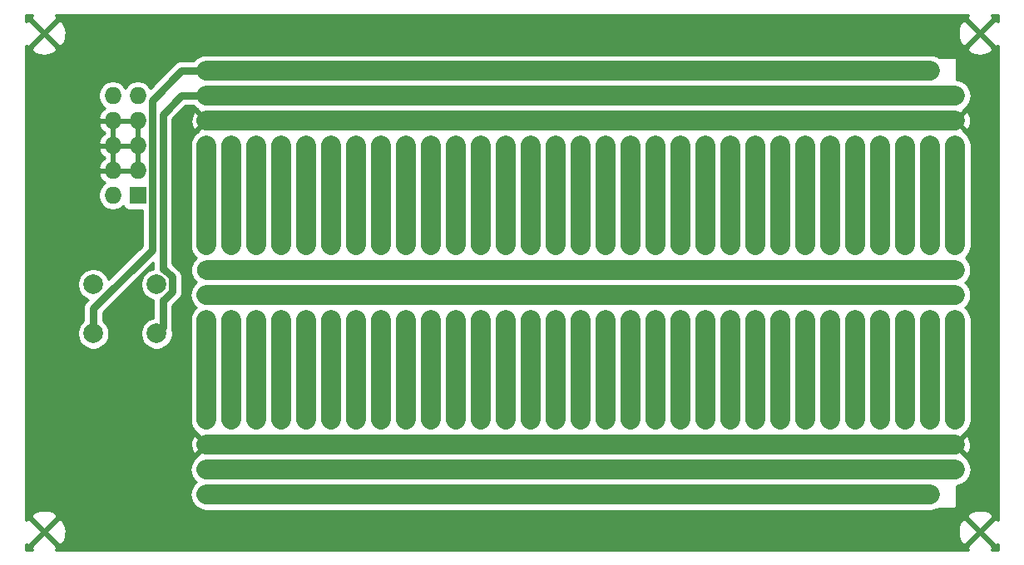
<source format=gbr>
G04 #@! TF.GenerationSoftware,KiCad,Pcbnew,5.1.5-52549c5~84~ubuntu18.04.1*
G04 #@! TF.CreationDate,2020-07-04T19:59:31-04:00*
G04 #@! TF.ProjectId,kosmo_proto_smd,6b6f736d-6f5f-4707-926f-746f5f736d64,rev?*
G04 #@! TF.SameCoordinates,Original*
G04 #@! TF.FileFunction,Copper,L2,Bot*
G04 #@! TF.FilePolarity,Positive*
%FSLAX46Y46*%
G04 Gerber Fmt 4.6, Leading zero omitted, Abs format (unit mm)*
G04 Created by KiCad (PCBNEW 5.1.5-52549c5~84~ubuntu18.04.1) date 2020-07-04 19:59:31*
%MOMM*%
%LPD*%
G04 APERTURE LIST*
%ADD10C,1.905000*%
%ADD11O,1.727200X1.727200*%
%ADD12R,1.727200X1.727200*%
%ADD13C,2.000000*%
%ADD14C,2.032000*%
%ADD15C,0.750000*%
%ADD16C,0.254000*%
G04 APERTURE END LIST*
D10*
X140970000Y-100330000D03*
X140970000Y-97790000D03*
X140957300Y-82524600D03*
X140957300Y-79984600D03*
X140957300Y-87604600D03*
X140957300Y-92684600D03*
X140957300Y-90144600D03*
X140957300Y-95224600D03*
X140957300Y-85064600D03*
X140957300Y-67284600D03*
X140957300Y-77444600D03*
X140957300Y-69824600D03*
X140957300Y-72364600D03*
X140957300Y-74904600D03*
X140995000Y-64773000D03*
X140970000Y-62230000D03*
X110477300Y-82524600D03*
X118110000Y-59690000D03*
X130797300Y-74904600D03*
X107937300Y-90144600D03*
X138455000Y-64773000D03*
X130797300Y-77444600D03*
X120637300Y-90144600D03*
X120637300Y-72364600D03*
X128257300Y-72364600D03*
X133337300Y-85064600D03*
X125717300Y-69824600D03*
X107937300Y-74904600D03*
X105397300Y-72364600D03*
X135877300Y-77444600D03*
X107950000Y-62230000D03*
X107937300Y-87604600D03*
X135877300Y-72364600D03*
X138417300Y-87604600D03*
X118097300Y-90144600D03*
X138417300Y-77444600D03*
X125717300Y-82524600D03*
X138430000Y-100330000D03*
X110477300Y-92684600D03*
X105397300Y-74904600D03*
X133337300Y-72364600D03*
X135877300Y-82524600D03*
X128257300Y-82524600D03*
X118110000Y-102870000D03*
X123177300Y-87604600D03*
X115557300Y-77444600D03*
X125755000Y-64773000D03*
X113017300Y-79984600D03*
X120650000Y-59690000D03*
X130810000Y-62230000D03*
X125730000Y-102870000D03*
X135877300Y-67284600D03*
X118097300Y-92684600D03*
X123177300Y-79984600D03*
X133350000Y-59690000D03*
X138417300Y-79984600D03*
X125717300Y-90144600D03*
X123177300Y-67284600D03*
X125717300Y-79984600D03*
X118097300Y-87604600D03*
X105435000Y-64773000D03*
X118097300Y-74904600D03*
X123190000Y-97790000D03*
X133337300Y-79984600D03*
X128295000Y-64773000D03*
X130797300Y-90144600D03*
X113030000Y-95250000D03*
X110490000Y-97790000D03*
X120637300Y-69824600D03*
X133337300Y-82524600D03*
X115557300Y-79984600D03*
X113017300Y-67284600D03*
X133337300Y-69824600D03*
X128257300Y-87604600D03*
X125717300Y-85064600D03*
X110477300Y-79984600D03*
X115570000Y-95250000D03*
X113017300Y-90144600D03*
X115557300Y-82524600D03*
X130835000Y-64773000D03*
X105397300Y-79984600D03*
X120650000Y-97790000D03*
X138417300Y-67284600D03*
X105397300Y-82524600D03*
X130797300Y-85064600D03*
X123190000Y-95250000D03*
X118097300Y-82524600D03*
X107937300Y-67284600D03*
X123177300Y-77444600D03*
X125730000Y-95250000D03*
X138417300Y-85064600D03*
X133350000Y-102870000D03*
X113017300Y-87604600D03*
X130797300Y-79984600D03*
X135877300Y-90144600D03*
X125730000Y-97790000D03*
X107950000Y-102870000D03*
X115557300Y-90144600D03*
X118110000Y-97790000D03*
X123190000Y-100330000D03*
X118097300Y-79984600D03*
X115595000Y-64773000D03*
X107950000Y-97790000D03*
X123177300Y-90144600D03*
X138417300Y-72364600D03*
X113017300Y-92684600D03*
X113030000Y-59690000D03*
X118097300Y-67284600D03*
X138417300Y-74904600D03*
X107937300Y-69824600D03*
X107937300Y-82524600D03*
X128257300Y-79984600D03*
X125717300Y-74904600D03*
X110490000Y-100330000D03*
X105397300Y-77444600D03*
X110490000Y-62230000D03*
X110515000Y-64773000D03*
X138430000Y-62230000D03*
X120637300Y-92684600D03*
X105410000Y-102870000D03*
X130810000Y-100330000D03*
X120650000Y-100330000D03*
X110490000Y-95250000D03*
X133350000Y-62230000D03*
X128270000Y-100330000D03*
X115570000Y-97790000D03*
X133337300Y-90144600D03*
X135890000Y-102870000D03*
X130797300Y-69824600D03*
X107937300Y-77444600D03*
X133337300Y-92684600D03*
X113017300Y-74904600D03*
X123177300Y-82524600D03*
X123177300Y-72364600D03*
X130797300Y-82524600D03*
X105410000Y-100330000D03*
X130797300Y-72364600D03*
X123215000Y-64773000D03*
X115570000Y-59690000D03*
X138430000Y-95250000D03*
X110477300Y-90144600D03*
X130797300Y-87604600D03*
X130810000Y-95250000D03*
X113017300Y-69824600D03*
X135890000Y-62230000D03*
X130810000Y-102870000D03*
X115557300Y-69824600D03*
X107937300Y-85064600D03*
X133337300Y-74904600D03*
X105397300Y-67284600D03*
X118110000Y-62230000D03*
X107950000Y-59690000D03*
X128270000Y-97790000D03*
X128270000Y-59690000D03*
X138430000Y-102870000D03*
X110477300Y-77444600D03*
X138417300Y-82524600D03*
X125717300Y-87604600D03*
X105397300Y-92684600D03*
X113017300Y-72364600D03*
X138417300Y-90144600D03*
X107950000Y-100330000D03*
X110477300Y-74904600D03*
X107937300Y-92684600D03*
X128257300Y-90144600D03*
X115557300Y-74904600D03*
X125717300Y-72364600D03*
X113017300Y-77444600D03*
X138417300Y-69824600D03*
X120637300Y-74904600D03*
X107950000Y-95250000D03*
X105397300Y-85064600D03*
X128257300Y-77444600D03*
X123190000Y-62230000D03*
X135890000Y-97790000D03*
X135877300Y-69824600D03*
X123177300Y-85064600D03*
X118097300Y-85064600D03*
X128270000Y-62230000D03*
X128257300Y-85064600D03*
X135890000Y-100330000D03*
X113017300Y-82524600D03*
X107937300Y-79984600D03*
X133375000Y-64773000D03*
X113030000Y-62230000D03*
X135915000Y-64773000D03*
X123177300Y-69824600D03*
X128270000Y-95250000D03*
X113030000Y-102870000D03*
X110477300Y-87604600D03*
X133350000Y-95250000D03*
X105397300Y-69824600D03*
X110477300Y-69824600D03*
X115570000Y-62230000D03*
X115557300Y-72364600D03*
X123190000Y-102870000D03*
X138430000Y-97790000D03*
X115557300Y-92684600D03*
X135877300Y-74904600D03*
X130810000Y-97790000D03*
X107975000Y-64773000D03*
X115557300Y-87604600D03*
X123177300Y-92684600D03*
X128257300Y-67284600D03*
X128270000Y-102870000D03*
X115570000Y-102870000D03*
X105397300Y-87604600D03*
X118110000Y-100330000D03*
X128257300Y-69824600D03*
X130797300Y-67284600D03*
X120650000Y-62230000D03*
X118097300Y-72364600D03*
X115557300Y-85064600D03*
X120637300Y-77444600D03*
X113030000Y-97790000D03*
X120650000Y-102870000D03*
X125730000Y-62230000D03*
X125717300Y-92684600D03*
X125717300Y-77444600D03*
X118097300Y-69824600D03*
X135877300Y-92684600D03*
X133350000Y-97790000D03*
X118097300Y-77444600D03*
X130810000Y-59690000D03*
X105410000Y-59690000D03*
X105410000Y-95250000D03*
X120637300Y-82524600D03*
X110477300Y-85064600D03*
X135877300Y-85064600D03*
X120637300Y-79984600D03*
X128257300Y-92684600D03*
X110477300Y-67284600D03*
X135890000Y-59690000D03*
X118110000Y-95250000D03*
X123190000Y-59690000D03*
X118135000Y-64773000D03*
X123177300Y-74904600D03*
X125717300Y-67284600D03*
X133337300Y-87604600D03*
X120637300Y-85064600D03*
X130797300Y-92684600D03*
X105397300Y-90144600D03*
X105410000Y-62230000D03*
X125730000Y-100330000D03*
X113055000Y-64773000D03*
X120650000Y-95250000D03*
X133350000Y-100330000D03*
X110490000Y-102870000D03*
X113030000Y-100330000D03*
X113017300Y-85064600D03*
X135877300Y-79984600D03*
X138430000Y-59690000D03*
X133337300Y-67284600D03*
X110490000Y-59690000D03*
X135877300Y-87604600D03*
X133337300Y-77444600D03*
X115570000Y-100330000D03*
X138417300Y-92684600D03*
X120637300Y-67284600D03*
X120675000Y-64773000D03*
X107937300Y-72364600D03*
X120637300Y-87604600D03*
X128257300Y-74904600D03*
X105410000Y-97790000D03*
X135890000Y-95250000D03*
X125730000Y-59690000D03*
X115557300Y-67284600D03*
X110477300Y-72364600D03*
X100317300Y-74904600D03*
X100317300Y-77444600D03*
X97777300Y-72364600D03*
X102857300Y-85064600D03*
X95237300Y-69824600D03*
X95237300Y-82524600D03*
X102857300Y-72364600D03*
X97777300Y-82524600D03*
X95275000Y-64773000D03*
X100330000Y-62230000D03*
X95250000Y-102870000D03*
X102870000Y-59690000D03*
X95237300Y-90144600D03*
X95237300Y-79984600D03*
X102857300Y-79984600D03*
X97815000Y-64773000D03*
X100317300Y-90144600D03*
X102857300Y-82524600D03*
X102857300Y-69824600D03*
X97777300Y-87604600D03*
X95237300Y-85064600D03*
X100355000Y-64773000D03*
X100317300Y-85064600D03*
X95250000Y-95250000D03*
X102870000Y-102870000D03*
X100317300Y-79984600D03*
X95250000Y-97790000D03*
X97777300Y-79984600D03*
X95237300Y-74904600D03*
X100330000Y-100330000D03*
X102870000Y-62230000D03*
X97790000Y-100330000D03*
X102857300Y-90144600D03*
X100317300Y-69824600D03*
X102857300Y-92684600D03*
X100317300Y-82524600D03*
X100317300Y-72364600D03*
X100317300Y-87604600D03*
X100330000Y-95250000D03*
X100330000Y-102870000D03*
X102857300Y-74904600D03*
X97790000Y-97790000D03*
X97790000Y-59690000D03*
X95237300Y-87604600D03*
X97777300Y-90144600D03*
X95237300Y-72364600D03*
X97777300Y-77444600D03*
X97790000Y-62230000D03*
X97777300Y-85064600D03*
X102895000Y-64773000D03*
X97790000Y-95250000D03*
X102870000Y-95250000D03*
X100330000Y-97790000D03*
X97777300Y-67284600D03*
X97790000Y-102870000D03*
X97777300Y-69824600D03*
X100317300Y-67284600D03*
X95250000Y-62230000D03*
X95237300Y-92684600D03*
X95237300Y-77444600D03*
X102870000Y-97790000D03*
X100330000Y-59690000D03*
X97777300Y-92684600D03*
X95237300Y-67284600D03*
X102857300Y-87604600D03*
X100317300Y-92684600D03*
X95250000Y-100330000D03*
X102870000Y-100330000D03*
X102857300Y-67284600D03*
X102857300Y-77444600D03*
X97777300Y-74904600D03*
X95250000Y-59690000D03*
X87630000Y-59690000D03*
X90157300Y-90144600D03*
X90157300Y-72364600D03*
X87617300Y-90144600D03*
X87630000Y-102870000D03*
X92697300Y-87604600D03*
X85077300Y-77444600D03*
X90170000Y-59690000D03*
X87617300Y-92684600D03*
X92697300Y-79984600D03*
X92697300Y-67284600D03*
X87617300Y-87604600D03*
X87617300Y-74904600D03*
X92710000Y-97790000D03*
X90157300Y-69824600D03*
X85077300Y-79984600D03*
X85090000Y-95250000D03*
X85077300Y-82524600D03*
X90170000Y-97790000D03*
X92710000Y-95250000D03*
X87617300Y-82524600D03*
X92697300Y-77444600D03*
X85077300Y-90144600D03*
X87630000Y-97790000D03*
X92710000Y-100330000D03*
X87617300Y-79984600D03*
X85115000Y-64773000D03*
X92697300Y-90144600D03*
X87617300Y-67284600D03*
X90157300Y-92684600D03*
X90170000Y-100330000D03*
X85090000Y-97790000D03*
X92697300Y-82524600D03*
X92697300Y-72364600D03*
X92735000Y-64773000D03*
X85090000Y-59690000D03*
X85077300Y-69824600D03*
X87630000Y-62230000D03*
X85077300Y-74904600D03*
X90157300Y-74904600D03*
X92710000Y-62230000D03*
X92697300Y-85064600D03*
X87617300Y-85064600D03*
X92697300Y-69824600D03*
X85090000Y-62230000D03*
X85077300Y-72364600D03*
X92710000Y-102870000D03*
X85077300Y-92684600D03*
X85077300Y-87604600D03*
X92697300Y-92684600D03*
X85090000Y-102870000D03*
X87630000Y-100330000D03*
X90170000Y-62230000D03*
X87617300Y-72364600D03*
X85077300Y-85064600D03*
X90157300Y-77444600D03*
X90170000Y-102870000D03*
X87617300Y-69824600D03*
X87617300Y-77444600D03*
X90157300Y-82524600D03*
X90157300Y-79984600D03*
X87630000Y-95250000D03*
X92710000Y-59690000D03*
X87655000Y-64773000D03*
X92697300Y-74904600D03*
X90157300Y-85064600D03*
X90170000Y-95250000D03*
X85090000Y-100330000D03*
X90157300Y-67284600D03*
X90195000Y-64773000D03*
X90157300Y-87604600D03*
X85077300Y-67284600D03*
X79997300Y-82524600D03*
X77457300Y-90144600D03*
X77457300Y-74904600D03*
X74917300Y-72364600D03*
X77470000Y-62230000D03*
X77457300Y-87604600D03*
X79997300Y-92684600D03*
X74917300Y-74904600D03*
X82537300Y-79984600D03*
X74955000Y-64773000D03*
X82550000Y-95250000D03*
X80010000Y-97790000D03*
X82537300Y-67284600D03*
X79997300Y-79984600D03*
X82537300Y-90144600D03*
X74917300Y-79984600D03*
X74917300Y-82524600D03*
X77457300Y-67284600D03*
X82537300Y-87604600D03*
X77470000Y-102870000D03*
X77470000Y-97790000D03*
X82537300Y-92684600D03*
X82550000Y-59690000D03*
X77457300Y-69824600D03*
X77457300Y-82524600D03*
X80010000Y-100330000D03*
X74917300Y-77444600D03*
X80010000Y-62230000D03*
X80035000Y-64773000D03*
X74930000Y-102870000D03*
X80010000Y-95250000D03*
X77457300Y-77444600D03*
X82537300Y-74904600D03*
X74930000Y-100330000D03*
X79997300Y-90144600D03*
X82537300Y-69824600D03*
X77457300Y-85064600D03*
X74917300Y-67284600D03*
X77470000Y-59690000D03*
X79997300Y-77444600D03*
X74917300Y-92684600D03*
X82537300Y-72364600D03*
X77470000Y-100330000D03*
X79997300Y-74904600D03*
X77457300Y-92684600D03*
X82537300Y-77444600D03*
X77470000Y-95250000D03*
X74917300Y-85064600D03*
X82537300Y-82524600D03*
X77457300Y-79984600D03*
X82550000Y-62230000D03*
X82550000Y-102870000D03*
X79997300Y-87604600D03*
X74917300Y-69824600D03*
X79997300Y-69824600D03*
X77495000Y-64773000D03*
X74917300Y-87604600D03*
X82550000Y-97790000D03*
X74930000Y-59690000D03*
X74930000Y-95250000D03*
X79997300Y-85064600D03*
X79997300Y-67284600D03*
X74917300Y-90144600D03*
X74930000Y-62230000D03*
X82575000Y-64773000D03*
X80010000Y-102870000D03*
X82550000Y-100330000D03*
X82537300Y-85064600D03*
X80010000Y-59690000D03*
X77457300Y-72364600D03*
X74930000Y-97790000D03*
X79997300Y-72364600D03*
X72377300Y-82524600D03*
X72377300Y-92684600D03*
X72390000Y-97790000D03*
X72377300Y-79984600D03*
X72390000Y-100330000D03*
X72390000Y-62230000D03*
X72415000Y-64773000D03*
X72390000Y-95250000D03*
X72377300Y-90144600D03*
X72377300Y-77444600D03*
X72377300Y-74904600D03*
X72377300Y-87604600D03*
X72377300Y-69824600D03*
X72377300Y-85064600D03*
X72377300Y-67284600D03*
X72390000Y-102870000D03*
X72390000Y-59690000D03*
X72377300Y-72364600D03*
X69837300Y-90144600D03*
X69837300Y-74904600D03*
X69850000Y-62230000D03*
X69837300Y-87604600D03*
X69837300Y-67284600D03*
X69850000Y-102870000D03*
X69850000Y-97790000D03*
X69837300Y-69824600D03*
X69837300Y-82524600D03*
X69837300Y-77444600D03*
X69837300Y-85064600D03*
X69850000Y-59690000D03*
X69850000Y-100330000D03*
X69837300Y-92684600D03*
X69850000Y-95250000D03*
X69837300Y-79984600D03*
X69875000Y-64773000D03*
X69837300Y-72364600D03*
X67297300Y-72364600D03*
X67297300Y-74904600D03*
X67335000Y-64773000D03*
X67297300Y-79984600D03*
X67297300Y-82524600D03*
X67297300Y-77444600D03*
X67310000Y-102870000D03*
X67310000Y-100330000D03*
X67297300Y-67284600D03*
X67297300Y-92684600D03*
X67297300Y-85064600D03*
X67297300Y-69824600D03*
X67297300Y-87604600D03*
X67310000Y-59690000D03*
X67310000Y-95250000D03*
X67297300Y-90144600D03*
X67310000Y-62230000D03*
X67310000Y-97790000D03*
X64757300Y-67284600D03*
X64757300Y-69824600D03*
X64757300Y-72364600D03*
X64757300Y-74904600D03*
X64757300Y-77444600D03*
X64757300Y-79984600D03*
X64757300Y-82524600D03*
X64757300Y-85064600D03*
X64757300Y-87604600D03*
X64757300Y-90144600D03*
X64757300Y-92684600D03*
D11*
X55245000Y-62230000D03*
X57785000Y-62230000D03*
X55245000Y-64770000D03*
X57785000Y-64770000D03*
X55245000Y-67310000D03*
X57785000Y-67310000D03*
X55245000Y-69850000D03*
X57785000Y-69850000D03*
X55245000Y-72390000D03*
D12*
X57785000Y-72390000D03*
D10*
X64770000Y-59690000D03*
X64770000Y-102870000D03*
X64795000Y-64773000D03*
X64770000Y-97790000D03*
X64770000Y-62230000D03*
X64770000Y-100330000D03*
D13*
X53269000Y-81468000D03*
X53269000Y-86468000D03*
X59715000Y-81468000D03*
X59715000Y-86468000D03*
D10*
X64770000Y-95250000D03*
D14*
X67297300Y-79984600D02*
X64820809Y-79984600D01*
X67297300Y-67284600D02*
X67297300Y-77444600D01*
X64770000Y-67310000D02*
X64770000Y-77470000D01*
X69850000Y-67310000D02*
X69850000Y-77470000D01*
X72390000Y-67310000D02*
X72390000Y-77470000D01*
X72390000Y-67310000D02*
X72390000Y-77470000D01*
X64770000Y-67310000D02*
X64770000Y-77470000D01*
X69850000Y-67310000D02*
X69850000Y-77470000D01*
X67297300Y-67284600D02*
X67297300Y-77444600D01*
X74930000Y-67310000D02*
X74930000Y-77470000D01*
X80010000Y-67310000D02*
X80010000Y-77470000D01*
X77457300Y-67284600D02*
X77457300Y-77444600D01*
X82550000Y-67310000D02*
X82550000Y-77470000D01*
X90170000Y-67310000D02*
X90170000Y-77470000D01*
X85090000Y-67310000D02*
X85090000Y-77470000D01*
X92710000Y-67310000D02*
X92710000Y-77470000D01*
X87617300Y-67284600D02*
X87617300Y-77444600D01*
X97777300Y-67284600D02*
X97777300Y-77444600D01*
X100330000Y-67310000D02*
X100330000Y-77470000D01*
X102870000Y-67310000D02*
X102870000Y-77470000D01*
X95250000Y-67310000D02*
X95250000Y-77470000D01*
X110490000Y-67310000D02*
X110490000Y-77470000D01*
X105410000Y-67310000D02*
X105410000Y-77470000D01*
X113030000Y-67310000D02*
X113030000Y-77470000D01*
X107937300Y-67284600D02*
X107937300Y-77444600D01*
X123190000Y-67310000D02*
X123190000Y-77470000D01*
X118097300Y-67284600D02*
X118097300Y-77444600D01*
X115570000Y-67310000D02*
X115570000Y-77470000D01*
X120650000Y-67310000D02*
X120650000Y-77470000D01*
X133350000Y-67310000D02*
X133350000Y-77470000D01*
X125730000Y-67310000D02*
X125730000Y-77470000D01*
X130810000Y-67310000D02*
X130810000Y-77470000D01*
X128257300Y-67284600D02*
X128257300Y-77444600D01*
X133350000Y-85090000D02*
X133350000Y-95250000D01*
X128257300Y-85064600D02*
X128257300Y-95224600D01*
X125730000Y-85090000D02*
X125730000Y-95250000D01*
X130810000Y-85090000D02*
X130810000Y-95250000D01*
X120650000Y-85090000D02*
X120650000Y-95250000D01*
X118097300Y-85064600D02*
X118097300Y-95224600D01*
X115570000Y-85090000D02*
X115570000Y-95250000D01*
X123190000Y-85090000D02*
X123190000Y-95250000D01*
X110490000Y-85090000D02*
X110490000Y-95250000D01*
X105410000Y-85090000D02*
X105410000Y-95250000D01*
X113030000Y-85090000D02*
X113030000Y-95250000D01*
X107937300Y-85064600D02*
X107937300Y-95224600D01*
X102870000Y-85090000D02*
X102870000Y-95250000D01*
X95250000Y-85090000D02*
X95250000Y-95250000D01*
X97777300Y-85064600D02*
X97777300Y-95224600D01*
X100330000Y-85090000D02*
X100330000Y-95250000D01*
X85090000Y-85090000D02*
X85090000Y-95250000D01*
X90170000Y-85090000D02*
X90170000Y-95250000D01*
X87617300Y-85064600D02*
X87617300Y-95224600D01*
X92710000Y-85090000D02*
X92710000Y-95250000D01*
X74930000Y-85090000D02*
X74930000Y-95250000D01*
X82550000Y-85090000D02*
X82550000Y-95250000D01*
X80010000Y-85090000D02*
X80010000Y-95250000D01*
X77457300Y-85064600D02*
X77457300Y-95224600D01*
X72390000Y-85090000D02*
X72390000Y-95250000D01*
X69850000Y-85090000D02*
X69850000Y-95250000D01*
X67297300Y-85064600D02*
X67297300Y-95224600D01*
X64770000Y-85090000D02*
X64770000Y-95250000D01*
X138430000Y-67310000D02*
X138430000Y-77470000D01*
X138417300Y-85064600D02*
X138417300Y-95224600D01*
X135890000Y-85090000D02*
X135890000Y-95250000D01*
X135890000Y-67310000D02*
X135890000Y-77470000D01*
X140970000Y-67310000D02*
X140970000Y-77470000D01*
X140970000Y-85090000D02*
X140970000Y-95250000D01*
X140957300Y-82524600D02*
X64757300Y-82524600D01*
X140957300Y-79984600D02*
X138417300Y-79984600D01*
X67297300Y-79984600D02*
X140957300Y-79984600D01*
X64770000Y-97790000D02*
X140970000Y-97790000D01*
X64795000Y-64773000D02*
X140995000Y-64773000D01*
X64770000Y-100330000D02*
X140970000Y-100330000D01*
X140970000Y-62230000D02*
X64770000Y-62230000D01*
D15*
X62230000Y-62230000D02*
X64770000Y-62230000D01*
X60325000Y-64135000D02*
X62230000Y-62230000D01*
X60325000Y-79892999D02*
X60325000Y-64135000D01*
X60471001Y-79892999D02*
X60325000Y-79892999D01*
X60325000Y-85858000D02*
X60325000Y-83043001D01*
X60325000Y-83043001D02*
X60471001Y-83043001D01*
X60471001Y-83043001D02*
X61290001Y-82224001D01*
X61290001Y-82224001D02*
X61290001Y-80711999D01*
X59715000Y-86468000D02*
X60325000Y-85858000D01*
X61290001Y-80711999D02*
X60471001Y-79892999D01*
X62865000Y-59690000D02*
X64770000Y-59690000D01*
X62230000Y-59690000D02*
X62865000Y-59690000D01*
X59223601Y-62696399D02*
X62230000Y-59690000D01*
X53269000Y-86468000D02*
X53269000Y-83891000D01*
X59223601Y-77936399D02*
X59223601Y-62696399D01*
X53269000Y-83891000D02*
X59223601Y-77936399D01*
D14*
X64770000Y-59690000D02*
X138430000Y-59690000D01*
X138430000Y-102870000D02*
X64770000Y-102870000D01*
D16*
G36*
X46876761Y-54317155D02*
G01*
X48260000Y-55700395D01*
X49643239Y-54317155D01*
X49479656Y-54000000D01*
X142290344Y-54000000D01*
X142126761Y-54317155D01*
X143510000Y-55700395D01*
X144893239Y-54317155D01*
X144729656Y-54000000D01*
X145390000Y-54000000D01*
X145390000Y-54660344D01*
X145072845Y-54496761D01*
X143689605Y-55880000D01*
X145072845Y-57263239D01*
X145390000Y-57099656D01*
X145390001Y-105460345D01*
X145072845Y-105296761D01*
X143689605Y-106680000D01*
X145072845Y-108063239D01*
X145390001Y-107899655D01*
X145390001Y-108560000D01*
X144729656Y-108560000D01*
X144893239Y-108242845D01*
X143510000Y-106859605D01*
X142126761Y-108242845D01*
X142290344Y-108560000D01*
X49479656Y-108560000D01*
X49643239Y-108242845D01*
X48260000Y-106859605D01*
X46876761Y-108242845D01*
X47040344Y-108560000D01*
X46380000Y-108560000D01*
X46380000Y-107899656D01*
X46697155Y-108063239D01*
X48080395Y-106680000D01*
X48439605Y-106680000D01*
X49822845Y-108063239D01*
X50148643Y-107895198D01*
X50349426Y-107503393D01*
X50469914Y-107079945D01*
X50499175Y-106718873D01*
X141264524Y-106718873D01*
X141315254Y-107156197D01*
X141450326Y-107575221D01*
X141621357Y-107895198D01*
X141947155Y-108063239D01*
X143330395Y-106680000D01*
X141947155Y-105296761D01*
X141621357Y-105464802D01*
X141420574Y-105856607D01*
X141300086Y-106280055D01*
X141264524Y-106718873D01*
X50499175Y-106718873D01*
X50505476Y-106641127D01*
X50454746Y-106203803D01*
X50319674Y-105784779D01*
X50148643Y-105464802D01*
X49822845Y-105296761D01*
X48439605Y-106680000D01*
X48080395Y-106680000D01*
X46697155Y-105296761D01*
X46380000Y-105460344D01*
X46380000Y-105117155D01*
X46876761Y-105117155D01*
X48260000Y-106500395D01*
X49643239Y-105117155D01*
X142126761Y-105117155D01*
X143510000Y-106500395D01*
X144893239Y-105117155D01*
X144725198Y-104791357D01*
X144333393Y-104590574D01*
X143909945Y-104470086D01*
X143471127Y-104434524D01*
X143033803Y-104485254D01*
X142614779Y-104620326D01*
X142294802Y-104791357D01*
X142126761Y-105117155D01*
X49643239Y-105117155D01*
X49475198Y-104791357D01*
X49083393Y-104590574D01*
X48659945Y-104470086D01*
X48221127Y-104434524D01*
X47783803Y-104485254D01*
X47364779Y-104620326D01*
X47044802Y-104791357D01*
X46876761Y-105117155D01*
X46380000Y-105117155D01*
X46380000Y-97854474D01*
X63176123Y-97854474D01*
X63219328Y-98164185D01*
X63322123Y-98459516D01*
X63408919Y-98621902D01*
X63668465Y-98711930D01*
X64590395Y-97790000D01*
X63668465Y-96868070D01*
X63408919Y-96958098D01*
X63272776Y-97239616D01*
X63194171Y-97542286D01*
X63176123Y-97854474D01*
X46380000Y-97854474D01*
X46380000Y-81306967D01*
X51634000Y-81306967D01*
X51634000Y-81629033D01*
X51696832Y-81944912D01*
X51820082Y-82242463D01*
X51999013Y-82510252D01*
X52226748Y-82737987D01*
X52494537Y-82916918D01*
X52720945Y-83010700D01*
X52589901Y-83141744D01*
X52551368Y-83173367D01*
X52519745Y-83211900D01*
X52519744Y-83211901D01*
X52425154Y-83327160D01*
X52331368Y-83502621D01*
X52273615Y-83693006D01*
X52254114Y-83891000D01*
X52259001Y-83940617D01*
X52259001Y-85176463D01*
X52226748Y-85198013D01*
X51999013Y-85425748D01*
X51820082Y-85693537D01*
X51696832Y-85991088D01*
X51634000Y-86306967D01*
X51634000Y-86629033D01*
X51696832Y-86944912D01*
X51820082Y-87242463D01*
X51999013Y-87510252D01*
X52226748Y-87737987D01*
X52494537Y-87916918D01*
X52792088Y-88040168D01*
X53107967Y-88103000D01*
X53430033Y-88103000D01*
X53745912Y-88040168D01*
X54043463Y-87916918D01*
X54311252Y-87737987D01*
X54538987Y-87510252D01*
X54717918Y-87242463D01*
X54841168Y-86944912D01*
X54904000Y-86629033D01*
X54904000Y-86306967D01*
X54841168Y-85991088D01*
X54717918Y-85693537D01*
X54538987Y-85425748D01*
X54311252Y-85198013D01*
X54279000Y-85176463D01*
X54279000Y-84309355D01*
X59315000Y-79273356D01*
X59315000Y-79843391D01*
X59311269Y-79881276D01*
X59238088Y-79895832D01*
X58940537Y-80019082D01*
X58672748Y-80198013D01*
X58445013Y-80425748D01*
X58266082Y-80693537D01*
X58142832Y-80991088D01*
X58080000Y-81306967D01*
X58080000Y-81629033D01*
X58142832Y-81944912D01*
X58266082Y-82242463D01*
X58445013Y-82510252D01*
X58672748Y-82737987D01*
X58940537Y-82916918D01*
X59238088Y-83040168D01*
X59311269Y-83054724D01*
X59315001Y-83092618D01*
X59315000Y-84880533D01*
X59238088Y-84895832D01*
X58940537Y-85019082D01*
X58672748Y-85198013D01*
X58445013Y-85425748D01*
X58266082Y-85693537D01*
X58142832Y-85991088D01*
X58080000Y-86306967D01*
X58080000Y-86629033D01*
X58142832Y-86944912D01*
X58266082Y-87242463D01*
X58445013Y-87510252D01*
X58672748Y-87737987D01*
X58940537Y-87916918D01*
X59238088Y-88040168D01*
X59553967Y-88103000D01*
X59876033Y-88103000D01*
X60191912Y-88040168D01*
X60489463Y-87916918D01*
X60757252Y-87737987D01*
X60984987Y-87510252D01*
X61163918Y-87242463D01*
X61287168Y-86944912D01*
X61350000Y-86629033D01*
X61350000Y-86306967D01*
X61308121Y-86096424D01*
X61320385Y-86055994D01*
X61335000Y-85907608D01*
X61335000Y-85907606D01*
X61339886Y-85858001D01*
X61335000Y-85808396D01*
X61335000Y-83607357D01*
X61969100Y-82973258D01*
X62007634Y-82941634D01*
X62133848Y-82787841D01*
X62227633Y-82612381D01*
X62285386Y-82421995D01*
X62300001Y-82273609D01*
X62300001Y-82273608D01*
X62304887Y-82224001D01*
X62300001Y-82174393D01*
X62300001Y-80761607D01*
X62304887Y-80711999D01*
X62285386Y-80514004D01*
X62227633Y-80323619D01*
X62133847Y-80148158D01*
X62039257Y-80032899D01*
X62007634Y-79994366D01*
X61969100Y-79962742D01*
X61335000Y-79328643D01*
X61335000Y-64837474D01*
X63201123Y-64837474D01*
X63244328Y-65147185D01*
X63347123Y-65442516D01*
X63433919Y-65604902D01*
X63693465Y-65694930D01*
X64615395Y-64773000D01*
X63693465Y-63851070D01*
X63433919Y-63941098D01*
X63297776Y-64222616D01*
X63219171Y-64525286D01*
X63201123Y-64837474D01*
X61335000Y-64837474D01*
X61335000Y-64553355D01*
X62648356Y-63240000D01*
X63463081Y-63240000D01*
X63596918Y-63403082D01*
X63848316Y-63609398D01*
X63887360Y-63630268D01*
X63873070Y-63671465D01*
X64643000Y-64441395D01*
X64643000Y-65104605D01*
X63873070Y-65874535D01*
X63885604Y-65910671D01*
X63848316Y-65930602D01*
X63596918Y-66136918D01*
X63390602Y-66388317D01*
X63237295Y-66675134D01*
X63142889Y-66986348D01*
X63119000Y-67228897D01*
X63119001Y-77551104D01*
X63142890Y-77793653D01*
X63237296Y-78104867D01*
X63390603Y-78391684D01*
X63596919Y-78643082D01*
X63724943Y-78748148D01*
X63647727Y-78811518D01*
X63441411Y-79062916D01*
X63351562Y-79231012D01*
X63350476Y-79232637D01*
X63349728Y-79234442D01*
X63288104Y-79349733D01*
X63250156Y-79474831D01*
X63230807Y-79521543D01*
X63220943Y-79571133D01*
X63193698Y-79660947D01*
X63184499Y-79754351D01*
X63169800Y-79828245D01*
X63169800Y-79903588D01*
X63161821Y-79984600D01*
X63169800Y-80065612D01*
X63169800Y-80140955D01*
X63184499Y-80214849D01*
X63193698Y-80308253D01*
X63220943Y-80398067D01*
X63230807Y-80447657D01*
X63250156Y-80494369D01*
X63288104Y-80619467D01*
X63349728Y-80734758D01*
X63350476Y-80736563D01*
X63351562Y-80738188D01*
X63441411Y-80906284D01*
X63647727Y-81157682D01*
X63734068Y-81228540D01*
X63584218Y-81351518D01*
X63377902Y-81602916D01*
X63224595Y-81889733D01*
X63130189Y-82200947D01*
X63098312Y-82524600D01*
X63130189Y-82848253D01*
X63224595Y-83159467D01*
X63377902Y-83446284D01*
X63584218Y-83697682D01*
X63724139Y-83812511D01*
X63596918Y-83916918D01*
X63390602Y-84168317D01*
X63237295Y-84455134D01*
X63142889Y-84766348D01*
X63119000Y-85008897D01*
X63119001Y-95331104D01*
X63142890Y-95573653D01*
X63237296Y-95884867D01*
X63390603Y-96171684D01*
X63596919Y-96423082D01*
X63848317Y-96629398D01*
X63865393Y-96638525D01*
X63848070Y-96688465D01*
X64643000Y-97483395D01*
X64643000Y-98096605D01*
X63848070Y-98891535D01*
X63865392Y-98941474D01*
X63848316Y-98950602D01*
X63596918Y-99156918D01*
X63390602Y-99408316D01*
X63237295Y-99695133D01*
X63142889Y-100006347D01*
X63111012Y-100330000D01*
X63142889Y-100653653D01*
X63237295Y-100964867D01*
X63390602Y-101251684D01*
X63596918Y-101503082D01*
X63715014Y-101600000D01*
X63596918Y-101696918D01*
X63390602Y-101948316D01*
X63237295Y-102235133D01*
X63142889Y-102546347D01*
X63111012Y-102870000D01*
X63142889Y-103193653D01*
X63237295Y-103504867D01*
X63390602Y-103791684D01*
X63596918Y-104043082D01*
X63848316Y-104249398D01*
X64135133Y-104402705D01*
X64446347Y-104497111D01*
X64688896Y-104521000D01*
X138511104Y-104521000D01*
X138753653Y-104497111D01*
X139064867Y-104402705D01*
X139318753Y-104267000D01*
X140970000Y-104267000D01*
X140994776Y-104264560D01*
X141018601Y-104257333D01*
X141040557Y-104245597D01*
X141059803Y-104229803D01*
X141075597Y-104210557D01*
X141087333Y-104188601D01*
X141094560Y-104164776D01*
X141097000Y-104140000D01*
X141097000Y-101976480D01*
X141293653Y-101957111D01*
X141604867Y-101862705D01*
X141891684Y-101709398D01*
X142143082Y-101503082D01*
X142349398Y-101251684D01*
X142502705Y-100964867D01*
X142597111Y-100653653D01*
X142628988Y-100330000D01*
X142597111Y-100006347D01*
X142502705Y-99695133D01*
X142349398Y-99408316D01*
X142143082Y-99156918D01*
X141891684Y-98950602D01*
X141874608Y-98941474D01*
X141891930Y-98891535D01*
X141097000Y-98096605D01*
X141097000Y-97790000D01*
X141149605Y-97790000D01*
X142071535Y-98711930D01*
X142331081Y-98621902D01*
X142467224Y-98340384D01*
X142545829Y-98037714D01*
X142563877Y-97725526D01*
X142520672Y-97415815D01*
X142417877Y-97120484D01*
X142331081Y-96958098D01*
X142071535Y-96868070D01*
X141149605Y-97790000D01*
X141097000Y-97790000D01*
X141097000Y-97483395D01*
X141891930Y-96688465D01*
X141874608Y-96638526D01*
X141891684Y-96629398D01*
X142143082Y-96423082D01*
X142349398Y-96171684D01*
X142502705Y-95884867D01*
X142597111Y-95573653D01*
X142621000Y-95331104D01*
X142621000Y-85008896D01*
X142597111Y-84766347D01*
X142502705Y-84455133D01*
X142349398Y-84168316D01*
X142143082Y-83916918D01*
X142003161Y-83802089D01*
X142130382Y-83697682D01*
X142336698Y-83446284D01*
X142490005Y-83159467D01*
X142584411Y-82848253D01*
X142616288Y-82524600D01*
X142584411Y-82200947D01*
X142490005Y-81889733D01*
X142336698Y-81602916D01*
X142130382Y-81351518D01*
X142012286Y-81254600D01*
X142130382Y-81157682D01*
X142336698Y-80906284D01*
X142490005Y-80619467D01*
X142584411Y-80308253D01*
X142616288Y-79984600D01*
X142584411Y-79660947D01*
X142490005Y-79349733D01*
X142336698Y-79062916D01*
X142130382Y-78811518D01*
X142034112Y-78732511D01*
X142143082Y-78643082D01*
X142349398Y-78391684D01*
X142502705Y-78104867D01*
X142597111Y-77793653D01*
X142621000Y-77551104D01*
X142621000Y-67228896D01*
X142597111Y-66986347D01*
X142502705Y-66675133D01*
X142349398Y-66388316D01*
X142143082Y-66136918D01*
X141896197Y-65934307D01*
X141916930Y-65874535D01*
X141097000Y-65054605D01*
X141097000Y-64773000D01*
X141174605Y-64773000D01*
X142096535Y-65694930D01*
X142356081Y-65604902D01*
X142492224Y-65323384D01*
X142570829Y-65020714D01*
X142588877Y-64708526D01*
X142545672Y-64398815D01*
X142442877Y-64103484D01*
X142356081Y-63941098D01*
X142096535Y-63851070D01*
X141174605Y-64773000D01*
X141097000Y-64773000D01*
X141097000Y-64491395D01*
X141916930Y-63671465D01*
X141894577Y-63607023D01*
X142143082Y-63403082D01*
X142349398Y-63151684D01*
X142502705Y-62864867D01*
X142597111Y-62553653D01*
X142628988Y-62230000D01*
X142597111Y-61906347D01*
X142502705Y-61595133D01*
X142349398Y-61308316D01*
X142143082Y-61056918D01*
X141891684Y-60850602D01*
X141604867Y-60697295D01*
X141293653Y-60602889D01*
X141097000Y-60583520D01*
X141097000Y-58420000D01*
X141094560Y-58395224D01*
X141087333Y-58371399D01*
X141075597Y-58349443D01*
X141059803Y-58330197D01*
X141040557Y-58314403D01*
X141018601Y-58302667D01*
X140994776Y-58295440D01*
X140970000Y-58293000D01*
X139318753Y-58293000D01*
X139064867Y-58157295D01*
X138753653Y-58062889D01*
X138511104Y-58039000D01*
X64688896Y-58039000D01*
X64446347Y-58062889D01*
X64135133Y-58157295D01*
X63848316Y-58310602D01*
X63596918Y-58516918D01*
X63463081Y-58680000D01*
X62279604Y-58680000D01*
X62229999Y-58675114D01*
X62180394Y-58680000D01*
X62180392Y-58680000D01*
X62032006Y-58694615D01*
X61841620Y-58752368D01*
X61666160Y-58846153D01*
X61512367Y-58972367D01*
X61480739Y-59010906D01*
X59056348Y-61435297D01*
X58949039Y-61274698D01*
X58740302Y-61065961D01*
X58494853Y-60901958D01*
X58222125Y-60788990D01*
X57932599Y-60731400D01*
X57637401Y-60731400D01*
X57347875Y-60788990D01*
X57075147Y-60901958D01*
X56829698Y-61065961D01*
X56620961Y-61274698D01*
X56515000Y-61433281D01*
X56409039Y-61274698D01*
X56200302Y-61065961D01*
X55954853Y-60901958D01*
X55682125Y-60788990D01*
X55392599Y-60731400D01*
X55097401Y-60731400D01*
X54807875Y-60788990D01*
X54535147Y-60901958D01*
X54289698Y-61065961D01*
X54080961Y-61274698D01*
X53916958Y-61520147D01*
X53803990Y-61792875D01*
X53746400Y-62082401D01*
X53746400Y-62377599D01*
X53803990Y-62667125D01*
X53916958Y-62939853D01*
X54080961Y-63185302D01*
X54289698Y-63394039D01*
X54455103Y-63504559D01*
X54356512Y-63563183D01*
X54138146Y-63759707D01*
X53962316Y-63995056D01*
X53835778Y-64260186D01*
X53790042Y-64410974D01*
X53911183Y-64643000D01*
X55118000Y-64643000D01*
X55118000Y-64623000D01*
X55372000Y-64623000D01*
X55372000Y-64643000D01*
X57658000Y-64643000D01*
X57658000Y-64623000D01*
X57912000Y-64623000D01*
X57912000Y-64643000D01*
X57932000Y-64643000D01*
X57932000Y-64897000D01*
X57912000Y-64897000D01*
X57912000Y-67183000D01*
X57932000Y-67183000D01*
X57932000Y-67437000D01*
X57912000Y-67437000D01*
X57912000Y-69723000D01*
X57932000Y-69723000D01*
X57932000Y-69977000D01*
X57912000Y-69977000D01*
X57912000Y-69997000D01*
X57658000Y-69997000D01*
X57658000Y-69977000D01*
X55372000Y-69977000D01*
X55372000Y-69997000D01*
X55118000Y-69997000D01*
X55118000Y-69977000D01*
X53911183Y-69977000D01*
X53790042Y-70209026D01*
X53835778Y-70359814D01*
X53962316Y-70624944D01*
X54138146Y-70860293D01*
X54356512Y-71056817D01*
X54455103Y-71115441D01*
X54289698Y-71225961D01*
X54080961Y-71434698D01*
X53916958Y-71680147D01*
X53803990Y-71952875D01*
X53746400Y-72242401D01*
X53746400Y-72537599D01*
X53803990Y-72827125D01*
X53916958Y-73099853D01*
X54080961Y-73345302D01*
X54289698Y-73554039D01*
X54535147Y-73718042D01*
X54807875Y-73831010D01*
X55097401Y-73888600D01*
X55392599Y-73888600D01*
X55682125Y-73831010D01*
X55954853Y-73718042D01*
X56200302Y-73554039D01*
X56314364Y-73439977D01*
X56331898Y-73497780D01*
X56390863Y-73608094D01*
X56470215Y-73704785D01*
X56566906Y-73784137D01*
X56677220Y-73843102D01*
X56796918Y-73879412D01*
X56921400Y-73891672D01*
X58213601Y-73891672D01*
X58213601Y-77518043D01*
X54811700Y-80919945D01*
X54717918Y-80693537D01*
X54538987Y-80425748D01*
X54311252Y-80198013D01*
X54043463Y-80019082D01*
X53745912Y-79895832D01*
X53430033Y-79833000D01*
X53107967Y-79833000D01*
X52792088Y-79895832D01*
X52494537Y-80019082D01*
X52226748Y-80198013D01*
X51999013Y-80425748D01*
X51820082Y-80693537D01*
X51696832Y-80991088D01*
X51634000Y-81306967D01*
X46380000Y-81306967D01*
X46380000Y-67669026D01*
X53790042Y-67669026D01*
X53835778Y-67819814D01*
X53962316Y-68084944D01*
X54138146Y-68320293D01*
X54356512Y-68516817D01*
X54462770Y-68580000D01*
X54356512Y-68643183D01*
X54138146Y-68839707D01*
X53962316Y-69075056D01*
X53835778Y-69340186D01*
X53790042Y-69490974D01*
X53911183Y-69723000D01*
X55118000Y-69723000D01*
X55118000Y-67437000D01*
X55372000Y-67437000D01*
X55372000Y-69723000D01*
X57658000Y-69723000D01*
X57658000Y-67437000D01*
X55372000Y-67437000D01*
X55118000Y-67437000D01*
X53911183Y-67437000D01*
X53790042Y-67669026D01*
X46380000Y-67669026D01*
X46380000Y-65129026D01*
X53790042Y-65129026D01*
X53835778Y-65279814D01*
X53962316Y-65544944D01*
X54138146Y-65780293D01*
X54356512Y-65976817D01*
X54462770Y-66040000D01*
X54356512Y-66103183D01*
X54138146Y-66299707D01*
X53962316Y-66535056D01*
X53835778Y-66800186D01*
X53790042Y-66950974D01*
X53911183Y-67183000D01*
X55118000Y-67183000D01*
X55118000Y-64897000D01*
X55372000Y-64897000D01*
X55372000Y-67183000D01*
X57658000Y-67183000D01*
X57658000Y-64897000D01*
X55372000Y-64897000D01*
X55118000Y-64897000D01*
X53911183Y-64897000D01*
X53790042Y-65129026D01*
X46380000Y-65129026D01*
X46380000Y-57442845D01*
X46876761Y-57442845D01*
X47044802Y-57768643D01*
X47436607Y-57969426D01*
X47860055Y-58089914D01*
X48298873Y-58125476D01*
X48736197Y-58074746D01*
X49155221Y-57939674D01*
X49475198Y-57768643D01*
X49643239Y-57442845D01*
X142126761Y-57442845D01*
X142294802Y-57768643D01*
X142686607Y-57969426D01*
X143110055Y-58089914D01*
X143548873Y-58125476D01*
X143986197Y-58074746D01*
X144405221Y-57939674D01*
X144725198Y-57768643D01*
X144893239Y-57442845D01*
X143510000Y-56059605D01*
X142126761Y-57442845D01*
X49643239Y-57442845D01*
X48260000Y-56059605D01*
X46876761Y-57442845D01*
X46380000Y-57442845D01*
X46380000Y-57099656D01*
X46697155Y-57263239D01*
X48080395Y-55880000D01*
X48439605Y-55880000D01*
X49822845Y-57263239D01*
X50148643Y-57095198D01*
X50349426Y-56703393D01*
X50469914Y-56279945D01*
X50499175Y-55918873D01*
X141264524Y-55918873D01*
X141315254Y-56356197D01*
X141450326Y-56775221D01*
X141621357Y-57095198D01*
X141947155Y-57263239D01*
X143330395Y-55880000D01*
X141947155Y-54496761D01*
X141621357Y-54664802D01*
X141420574Y-55056607D01*
X141300086Y-55480055D01*
X141264524Y-55918873D01*
X50499175Y-55918873D01*
X50505476Y-55841127D01*
X50454746Y-55403803D01*
X50319674Y-54984779D01*
X50148643Y-54664802D01*
X49822845Y-54496761D01*
X48439605Y-55880000D01*
X48080395Y-55880000D01*
X46697155Y-54496761D01*
X46380000Y-54660344D01*
X46380000Y-54000000D01*
X47040344Y-54000000D01*
X46876761Y-54317155D01*
G37*
X46876761Y-54317155D02*
X48260000Y-55700395D01*
X49643239Y-54317155D01*
X49479656Y-54000000D01*
X142290344Y-54000000D01*
X142126761Y-54317155D01*
X143510000Y-55700395D01*
X144893239Y-54317155D01*
X144729656Y-54000000D01*
X145390000Y-54000000D01*
X145390000Y-54660344D01*
X145072845Y-54496761D01*
X143689605Y-55880000D01*
X145072845Y-57263239D01*
X145390000Y-57099656D01*
X145390001Y-105460345D01*
X145072845Y-105296761D01*
X143689605Y-106680000D01*
X145072845Y-108063239D01*
X145390001Y-107899655D01*
X145390001Y-108560000D01*
X144729656Y-108560000D01*
X144893239Y-108242845D01*
X143510000Y-106859605D01*
X142126761Y-108242845D01*
X142290344Y-108560000D01*
X49479656Y-108560000D01*
X49643239Y-108242845D01*
X48260000Y-106859605D01*
X46876761Y-108242845D01*
X47040344Y-108560000D01*
X46380000Y-108560000D01*
X46380000Y-107899656D01*
X46697155Y-108063239D01*
X48080395Y-106680000D01*
X48439605Y-106680000D01*
X49822845Y-108063239D01*
X50148643Y-107895198D01*
X50349426Y-107503393D01*
X50469914Y-107079945D01*
X50499175Y-106718873D01*
X141264524Y-106718873D01*
X141315254Y-107156197D01*
X141450326Y-107575221D01*
X141621357Y-107895198D01*
X141947155Y-108063239D01*
X143330395Y-106680000D01*
X141947155Y-105296761D01*
X141621357Y-105464802D01*
X141420574Y-105856607D01*
X141300086Y-106280055D01*
X141264524Y-106718873D01*
X50499175Y-106718873D01*
X50505476Y-106641127D01*
X50454746Y-106203803D01*
X50319674Y-105784779D01*
X50148643Y-105464802D01*
X49822845Y-105296761D01*
X48439605Y-106680000D01*
X48080395Y-106680000D01*
X46697155Y-105296761D01*
X46380000Y-105460344D01*
X46380000Y-105117155D01*
X46876761Y-105117155D01*
X48260000Y-106500395D01*
X49643239Y-105117155D01*
X142126761Y-105117155D01*
X143510000Y-106500395D01*
X144893239Y-105117155D01*
X144725198Y-104791357D01*
X144333393Y-104590574D01*
X143909945Y-104470086D01*
X143471127Y-104434524D01*
X143033803Y-104485254D01*
X142614779Y-104620326D01*
X142294802Y-104791357D01*
X142126761Y-105117155D01*
X49643239Y-105117155D01*
X49475198Y-104791357D01*
X49083393Y-104590574D01*
X48659945Y-104470086D01*
X48221127Y-104434524D01*
X47783803Y-104485254D01*
X47364779Y-104620326D01*
X47044802Y-104791357D01*
X46876761Y-105117155D01*
X46380000Y-105117155D01*
X46380000Y-97854474D01*
X63176123Y-97854474D01*
X63219328Y-98164185D01*
X63322123Y-98459516D01*
X63408919Y-98621902D01*
X63668465Y-98711930D01*
X64590395Y-97790000D01*
X63668465Y-96868070D01*
X63408919Y-96958098D01*
X63272776Y-97239616D01*
X63194171Y-97542286D01*
X63176123Y-97854474D01*
X46380000Y-97854474D01*
X46380000Y-81306967D01*
X51634000Y-81306967D01*
X51634000Y-81629033D01*
X51696832Y-81944912D01*
X51820082Y-82242463D01*
X51999013Y-82510252D01*
X52226748Y-82737987D01*
X52494537Y-82916918D01*
X52720945Y-83010700D01*
X52589901Y-83141744D01*
X52551368Y-83173367D01*
X52519745Y-83211900D01*
X52519744Y-83211901D01*
X52425154Y-83327160D01*
X52331368Y-83502621D01*
X52273615Y-83693006D01*
X52254114Y-83891000D01*
X52259001Y-83940617D01*
X52259001Y-85176463D01*
X52226748Y-85198013D01*
X51999013Y-85425748D01*
X51820082Y-85693537D01*
X51696832Y-85991088D01*
X51634000Y-86306967D01*
X51634000Y-86629033D01*
X51696832Y-86944912D01*
X51820082Y-87242463D01*
X51999013Y-87510252D01*
X52226748Y-87737987D01*
X52494537Y-87916918D01*
X52792088Y-88040168D01*
X53107967Y-88103000D01*
X53430033Y-88103000D01*
X53745912Y-88040168D01*
X54043463Y-87916918D01*
X54311252Y-87737987D01*
X54538987Y-87510252D01*
X54717918Y-87242463D01*
X54841168Y-86944912D01*
X54904000Y-86629033D01*
X54904000Y-86306967D01*
X54841168Y-85991088D01*
X54717918Y-85693537D01*
X54538987Y-85425748D01*
X54311252Y-85198013D01*
X54279000Y-85176463D01*
X54279000Y-84309355D01*
X59315000Y-79273356D01*
X59315000Y-79843391D01*
X59311269Y-79881276D01*
X59238088Y-79895832D01*
X58940537Y-80019082D01*
X58672748Y-80198013D01*
X58445013Y-80425748D01*
X58266082Y-80693537D01*
X58142832Y-80991088D01*
X58080000Y-81306967D01*
X58080000Y-81629033D01*
X58142832Y-81944912D01*
X58266082Y-82242463D01*
X58445013Y-82510252D01*
X58672748Y-82737987D01*
X58940537Y-82916918D01*
X59238088Y-83040168D01*
X59311269Y-83054724D01*
X59315001Y-83092618D01*
X59315000Y-84880533D01*
X59238088Y-84895832D01*
X58940537Y-85019082D01*
X58672748Y-85198013D01*
X58445013Y-85425748D01*
X58266082Y-85693537D01*
X58142832Y-85991088D01*
X58080000Y-86306967D01*
X58080000Y-86629033D01*
X58142832Y-86944912D01*
X58266082Y-87242463D01*
X58445013Y-87510252D01*
X58672748Y-87737987D01*
X58940537Y-87916918D01*
X59238088Y-88040168D01*
X59553967Y-88103000D01*
X59876033Y-88103000D01*
X60191912Y-88040168D01*
X60489463Y-87916918D01*
X60757252Y-87737987D01*
X60984987Y-87510252D01*
X61163918Y-87242463D01*
X61287168Y-86944912D01*
X61350000Y-86629033D01*
X61350000Y-86306967D01*
X61308121Y-86096424D01*
X61320385Y-86055994D01*
X61335000Y-85907608D01*
X61335000Y-85907606D01*
X61339886Y-85858001D01*
X61335000Y-85808396D01*
X61335000Y-83607357D01*
X61969100Y-82973258D01*
X62007634Y-82941634D01*
X62133848Y-82787841D01*
X62227633Y-82612381D01*
X62285386Y-82421995D01*
X62300001Y-82273609D01*
X62300001Y-82273608D01*
X62304887Y-82224001D01*
X62300001Y-82174393D01*
X62300001Y-80761607D01*
X62304887Y-80711999D01*
X62285386Y-80514004D01*
X62227633Y-80323619D01*
X62133847Y-80148158D01*
X62039257Y-80032899D01*
X62007634Y-79994366D01*
X61969100Y-79962742D01*
X61335000Y-79328643D01*
X61335000Y-64837474D01*
X63201123Y-64837474D01*
X63244328Y-65147185D01*
X63347123Y-65442516D01*
X63433919Y-65604902D01*
X63693465Y-65694930D01*
X64615395Y-64773000D01*
X63693465Y-63851070D01*
X63433919Y-63941098D01*
X63297776Y-64222616D01*
X63219171Y-64525286D01*
X63201123Y-64837474D01*
X61335000Y-64837474D01*
X61335000Y-64553355D01*
X62648356Y-63240000D01*
X63463081Y-63240000D01*
X63596918Y-63403082D01*
X63848316Y-63609398D01*
X63887360Y-63630268D01*
X63873070Y-63671465D01*
X64643000Y-64441395D01*
X64643000Y-65104605D01*
X63873070Y-65874535D01*
X63885604Y-65910671D01*
X63848316Y-65930602D01*
X63596918Y-66136918D01*
X63390602Y-66388317D01*
X63237295Y-66675134D01*
X63142889Y-66986348D01*
X63119000Y-67228897D01*
X63119001Y-77551104D01*
X63142890Y-77793653D01*
X63237296Y-78104867D01*
X63390603Y-78391684D01*
X63596919Y-78643082D01*
X63724943Y-78748148D01*
X63647727Y-78811518D01*
X63441411Y-79062916D01*
X63351562Y-79231012D01*
X63350476Y-79232637D01*
X63349728Y-79234442D01*
X63288104Y-79349733D01*
X63250156Y-79474831D01*
X63230807Y-79521543D01*
X63220943Y-79571133D01*
X63193698Y-79660947D01*
X63184499Y-79754351D01*
X63169800Y-79828245D01*
X63169800Y-79903588D01*
X63161821Y-79984600D01*
X63169800Y-80065612D01*
X63169800Y-80140955D01*
X63184499Y-80214849D01*
X63193698Y-80308253D01*
X63220943Y-80398067D01*
X63230807Y-80447657D01*
X63250156Y-80494369D01*
X63288104Y-80619467D01*
X63349728Y-80734758D01*
X63350476Y-80736563D01*
X63351562Y-80738188D01*
X63441411Y-80906284D01*
X63647727Y-81157682D01*
X63734068Y-81228540D01*
X63584218Y-81351518D01*
X63377902Y-81602916D01*
X63224595Y-81889733D01*
X63130189Y-82200947D01*
X63098312Y-82524600D01*
X63130189Y-82848253D01*
X63224595Y-83159467D01*
X63377902Y-83446284D01*
X63584218Y-83697682D01*
X63724139Y-83812511D01*
X63596918Y-83916918D01*
X63390602Y-84168317D01*
X63237295Y-84455134D01*
X63142889Y-84766348D01*
X63119000Y-85008897D01*
X63119001Y-95331104D01*
X63142890Y-95573653D01*
X63237296Y-95884867D01*
X63390603Y-96171684D01*
X63596919Y-96423082D01*
X63848317Y-96629398D01*
X63865393Y-96638525D01*
X63848070Y-96688465D01*
X64643000Y-97483395D01*
X64643000Y-98096605D01*
X63848070Y-98891535D01*
X63865392Y-98941474D01*
X63848316Y-98950602D01*
X63596918Y-99156918D01*
X63390602Y-99408316D01*
X63237295Y-99695133D01*
X63142889Y-100006347D01*
X63111012Y-100330000D01*
X63142889Y-100653653D01*
X63237295Y-100964867D01*
X63390602Y-101251684D01*
X63596918Y-101503082D01*
X63715014Y-101600000D01*
X63596918Y-101696918D01*
X63390602Y-101948316D01*
X63237295Y-102235133D01*
X63142889Y-102546347D01*
X63111012Y-102870000D01*
X63142889Y-103193653D01*
X63237295Y-103504867D01*
X63390602Y-103791684D01*
X63596918Y-104043082D01*
X63848316Y-104249398D01*
X64135133Y-104402705D01*
X64446347Y-104497111D01*
X64688896Y-104521000D01*
X138511104Y-104521000D01*
X138753653Y-104497111D01*
X139064867Y-104402705D01*
X139318753Y-104267000D01*
X140970000Y-104267000D01*
X140994776Y-104264560D01*
X141018601Y-104257333D01*
X141040557Y-104245597D01*
X141059803Y-104229803D01*
X141075597Y-104210557D01*
X141087333Y-104188601D01*
X141094560Y-104164776D01*
X141097000Y-104140000D01*
X141097000Y-101976480D01*
X141293653Y-101957111D01*
X141604867Y-101862705D01*
X141891684Y-101709398D01*
X142143082Y-101503082D01*
X142349398Y-101251684D01*
X142502705Y-100964867D01*
X142597111Y-100653653D01*
X142628988Y-100330000D01*
X142597111Y-100006347D01*
X142502705Y-99695133D01*
X142349398Y-99408316D01*
X142143082Y-99156918D01*
X141891684Y-98950602D01*
X141874608Y-98941474D01*
X141891930Y-98891535D01*
X141097000Y-98096605D01*
X141097000Y-97790000D01*
X141149605Y-97790000D01*
X142071535Y-98711930D01*
X142331081Y-98621902D01*
X142467224Y-98340384D01*
X142545829Y-98037714D01*
X142563877Y-97725526D01*
X142520672Y-97415815D01*
X142417877Y-97120484D01*
X142331081Y-96958098D01*
X142071535Y-96868070D01*
X141149605Y-97790000D01*
X141097000Y-97790000D01*
X141097000Y-97483395D01*
X141891930Y-96688465D01*
X141874608Y-96638526D01*
X141891684Y-96629398D01*
X142143082Y-96423082D01*
X142349398Y-96171684D01*
X142502705Y-95884867D01*
X142597111Y-95573653D01*
X142621000Y-95331104D01*
X142621000Y-85008896D01*
X142597111Y-84766347D01*
X142502705Y-84455133D01*
X142349398Y-84168316D01*
X142143082Y-83916918D01*
X142003161Y-83802089D01*
X142130382Y-83697682D01*
X142336698Y-83446284D01*
X142490005Y-83159467D01*
X142584411Y-82848253D01*
X142616288Y-82524600D01*
X142584411Y-82200947D01*
X142490005Y-81889733D01*
X142336698Y-81602916D01*
X142130382Y-81351518D01*
X142012286Y-81254600D01*
X142130382Y-81157682D01*
X142336698Y-80906284D01*
X142490005Y-80619467D01*
X142584411Y-80308253D01*
X142616288Y-79984600D01*
X142584411Y-79660947D01*
X142490005Y-79349733D01*
X142336698Y-79062916D01*
X142130382Y-78811518D01*
X142034112Y-78732511D01*
X142143082Y-78643082D01*
X142349398Y-78391684D01*
X142502705Y-78104867D01*
X142597111Y-77793653D01*
X142621000Y-77551104D01*
X142621000Y-67228896D01*
X142597111Y-66986347D01*
X142502705Y-66675133D01*
X142349398Y-66388316D01*
X142143082Y-66136918D01*
X141896197Y-65934307D01*
X141916930Y-65874535D01*
X141097000Y-65054605D01*
X141097000Y-64773000D01*
X141174605Y-64773000D01*
X142096535Y-65694930D01*
X142356081Y-65604902D01*
X142492224Y-65323384D01*
X142570829Y-65020714D01*
X142588877Y-64708526D01*
X142545672Y-64398815D01*
X142442877Y-64103484D01*
X142356081Y-63941098D01*
X142096535Y-63851070D01*
X141174605Y-64773000D01*
X141097000Y-64773000D01*
X141097000Y-64491395D01*
X141916930Y-63671465D01*
X141894577Y-63607023D01*
X142143082Y-63403082D01*
X142349398Y-63151684D01*
X142502705Y-62864867D01*
X142597111Y-62553653D01*
X142628988Y-62230000D01*
X142597111Y-61906347D01*
X142502705Y-61595133D01*
X142349398Y-61308316D01*
X142143082Y-61056918D01*
X141891684Y-60850602D01*
X141604867Y-60697295D01*
X141293653Y-60602889D01*
X141097000Y-60583520D01*
X141097000Y-58420000D01*
X141094560Y-58395224D01*
X141087333Y-58371399D01*
X141075597Y-58349443D01*
X141059803Y-58330197D01*
X141040557Y-58314403D01*
X141018601Y-58302667D01*
X140994776Y-58295440D01*
X140970000Y-58293000D01*
X139318753Y-58293000D01*
X139064867Y-58157295D01*
X138753653Y-58062889D01*
X138511104Y-58039000D01*
X64688896Y-58039000D01*
X64446347Y-58062889D01*
X64135133Y-58157295D01*
X63848316Y-58310602D01*
X63596918Y-58516918D01*
X63463081Y-58680000D01*
X62279604Y-58680000D01*
X62229999Y-58675114D01*
X62180394Y-58680000D01*
X62180392Y-58680000D01*
X62032006Y-58694615D01*
X61841620Y-58752368D01*
X61666160Y-58846153D01*
X61512367Y-58972367D01*
X61480739Y-59010906D01*
X59056348Y-61435297D01*
X58949039Y-61274698D01*
X58740302Y-61065961D01*
X58494853Y-60901958D01*
X58222125Y-60788990D01*
X57932599Y-60731400D01*
X57637401Y-60731400D01*
X57347875Y-60788990D01*
X57075147Y-60901958D01*
X56829698Y-61065961D01*
X56620961Y-61274698D01*
X56515000Y-61433281D01*
X56409039Y-61274698D01*
X56200302Y-61065961D01*
X55954853Y-60901958D01*
X55682125Y-60788990D01*
X55392599Y-60731400D01*
X55097401Y-60731400D01*
X54807875Y-60788990D01*
X54535147Y-60901958D01*
X54289698Y-61065961D01*
X54080961Y-61274698D01*
X53916958Y-61520147D01*
X53803990Y-61792875D01*
X53746400Y-62082401D01*
X53746400Y-62377599D01*
X53803990Y-62667125D01*
X53916958Y-62939853D01*
X54080961Y-63185302D01*
X54289698Y-63394039D01*
X54455103Y-63504559D01*
X54356512Y-63563183D01*
X54138146Y-63759707D01*
X53962316Y-63995056D01*
X53835778Y-64260186D01*
X53790042Y-64410974D01*
X53911183Y-64643000D01*
X55118000Y-64643000D01*
X55118000Y-64623000D01*
X55372000Y-64623000D01*
X55372000Y-64643000D01*
X57658000Y-64643000D01*
X57658000Y-64623000D01*
X57912000Y-64623000D01*
X57912000Y-64643000D01*
X57932000Y-64643000D01*
X57932000Y-64897000D01*
X57912000Y-64897000D01*
X57912000Y-67183000D01*
X57932000Y-67183000D01*
X57932000Y-67437000D01*
X57912000Y-67437000D01*
X57912000Y-69723000D01*
X57932000Y-69723000D01*
X57932000Y-69977000D01*
X57912000Y-69977000D01*
X57912000Y-69997000D01*
X57658000Y-69997000D01*
X57658000Y-69977000D01*
X55372000Y-69977000D01*
X55372000Y-69997000D01*
X55118000Y-69997000D01*
X55118000Y-69977000D01*
X53911183Y-69977000D01*
X53790042Y-70209026D01*
X53835778Y-70359814D01*
X53962316Y-70624944D01*
X54138146Y-70860293D01*
X54356512Y-71056817D01*
X54455103Y-71115441D01*
X54289698Y-71225961D01*
X54080961Y-71434698D01*
X53916958Y-71680147D01*
X53803990Y-71952875D01*
X53746400Y-72242401D01*
X53746400Y-72537599D01*
X53803990Y-72827125D01*
X53916958Y-73099853D01*
X54080961Y-73345302D01*
X54289698Y-73554039D01*
X54535147Y-73718042D01*
X54807875Y-73831010D01*
X55097401Y-73888600D01*
X55392599Y-73888600D01*
X55682125Y-73831010D01*
X55954853Y-73718042D01*
X56200302Y-73554039D01*
X56314364Y-73439977D01*
X56331898Y-73497780D01*
X56390863Y-73608094D01*
X56470215Y-73704785D01*
X56566906Y-73784137D01*
X56677220Y-73843102D01*
X56796918Y-73879412D01*
X56921400Y-73891672D01*
X58213601Y-73891672D01*
X58213601Y-77518043D01*
X54811700Y-80919945D01*
X54717918Y-80693537D01*
X54538987Y-80425748D01*
X54311252Y-80198013D01*
X54043463Y-80019082D01*
X53745912Y-79895832D01*
X53430033Y-79833000D01*
X53107967Y-79833000D01*
X52792088Y-79895832D01*
X52494537Y-80019082D01*
X52226748Y-80198013D01*
X51999013Y-80425748D01*
X51820082Y-80693537D01*
X51696832Y-80991088D01*
X51634000Y-81306967D01*
X46380000Y-81306967D01*
X46380000Y-67669026D01*
X53790042Y-67669026D01*
X53835778Y-67819814D01*
X53962316Y-68084944D01*
X54138146Y-68320293D01*
X54356512Y-68516817D01*
X54462770Y-68580000D01*
X54356512Y-68643183D01*
X54138146Y-68839707D01*
X53962316Y-69075056D01*
X53835778Y-69340186D01*
X53790042Y-69490974D01*
X53911183Y-69723000D01*
X55118000Y-69723000D01*
X55118000Y-67437000D01*
X55372000Y-67437000D01*
X55372000Y-69723000D01*
X57658000Y-69723000D01*
X57658000Y-67437000D01*
X55372000Y-67437000D01*
X55118000Y-67437000D01*
X53911183Y-67437000D01*
X53790042Y-67669026D01*
X46380000Y-67669026D01*
X46380000Y-65129026D01*
X53790042Y-65129026D01*
X53835778Y-65279814D01*
X53962316Y-65544944D01*
X54138146Y-65780293D01*
X54356512Y-65976817D01*
X54462770Y-66040000D01*
X54356512Y-66103183D01*
X54138146Y-66299707D01*
X53962316Y-66535056D01*
X53835778Y-66800186D01*
X53790042Y-66950974D01*
X53911183Y-67183000D01*
X55118000Y-67183000D01*
X55118000Y-64897000D01*
X55372000Y-64897000D01*
X55372000Y-67183000D01*
X57658000Y-67183000D01*
X57658000Y-64897000D01*
X55372000Y-64897000D01*
X55118000Y-64897000D01*
X53911183Y-64897000D01*
X53790042Y-65129026D01*
X46380000Y-65129026D01*
X46380000Y-57442845D01*
X46876761Y-57442845D01*
X47044802Y-57768643D01*
X47436607Y-57969426D01*
X47860055Y-58089914D01*
X48298873Y-58125476D01*
X48736197Y-58074746D01*
X49155221Y-57939674D01*
X49475198Y-57768643D01*
X49643239Y-57442845D01*
X142126761Y-57442845D01*
X142294802Y-57768643D01*
X142686607Y-57969426D01*
X143110055Y-58089914D01*
X143548873Y-58125476D01*
X143986197Y-58074746D01*
X144405221Y-57939674D01*
X144725198Y-57768643D01*
X144893239Y-57442845D01*
X143510000Y-56059605D01*
X142126761Y-57442845D01*
X49643239Y-57442845D01*
X48260000Y-56059605D01*
X46876761Y-57442845D01*
X46380000Y-57442845D01*
X46380000Y-57099656D01*
X46697155Y-57263239D01*
X48080395Y-55880000D01*
X48439605Y-55880000D01*
X49822845Y-57263239D01*
X50148643Y-57095198D01*
X50349426Y-56703393D01*
X50469914Y-56279945D01*
X50499175Y-55918873D01*
X141264524Y-55918873D01*
X141315254Y-56356197D01*
X141450326Y-56775221D01*
X141621357Y-57095198D01*
X141947155Y-57263239D01*
X143330395Y-55880000D01*
X141947155Y-54496761D01*
X141621357Y-54664802D01*
X141420574Y-55056607D01*
X141300086Y-55480055D01*
X141264524Y-55918873D01*
X50499175Y-55918873D01*
X50505476Y-55841127D01*
X50454746Y-55403803D01*
X50319674Y-54984779D01*
X50148643Y-54664802D01*
X49822845Y-54496761D01*
X48439605Y-55880000D01*
X48080395Y-55880000D01*
X46697155Y-54496761D01*
X46380000Y-54660344D01*
X46380000Y-54000000D01*
X47040344Y-54000000D01*
X46876761Y-54317155D01*
M02*

</source>
